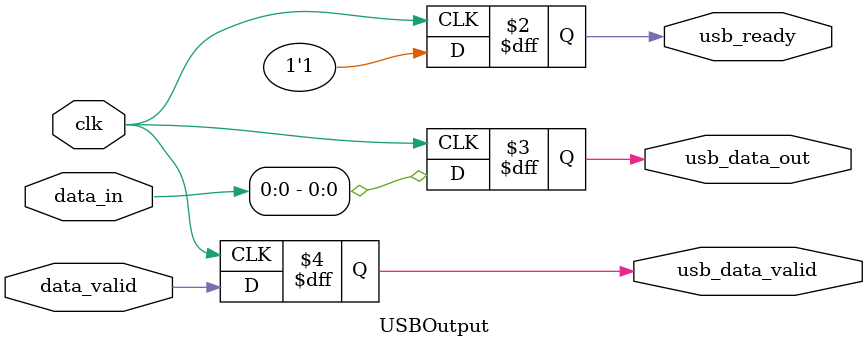
<source format=v>
module USBOutput (
    input clk,                // System clock
    input [23:0] data_in,     // 24-bit data input from the processing unit
    input data_valid,         // Signal indicating valid input data
    output reg usb_ready,     // Signal indicating USB is ready to accept data
    output usb_data_out,      // Data output to USB
    output usb_data_valid     // Valid signal for USB data
);

    // For simplicity, let's assume the USB interface can accept data whenever we have valid input data
    always @(posedge clk) begin
        usb_ready <= 1'b1;
        usb_data_out <= data_in;
        usb_data_valid <= data_valid;
    end

endmodule

</source>
